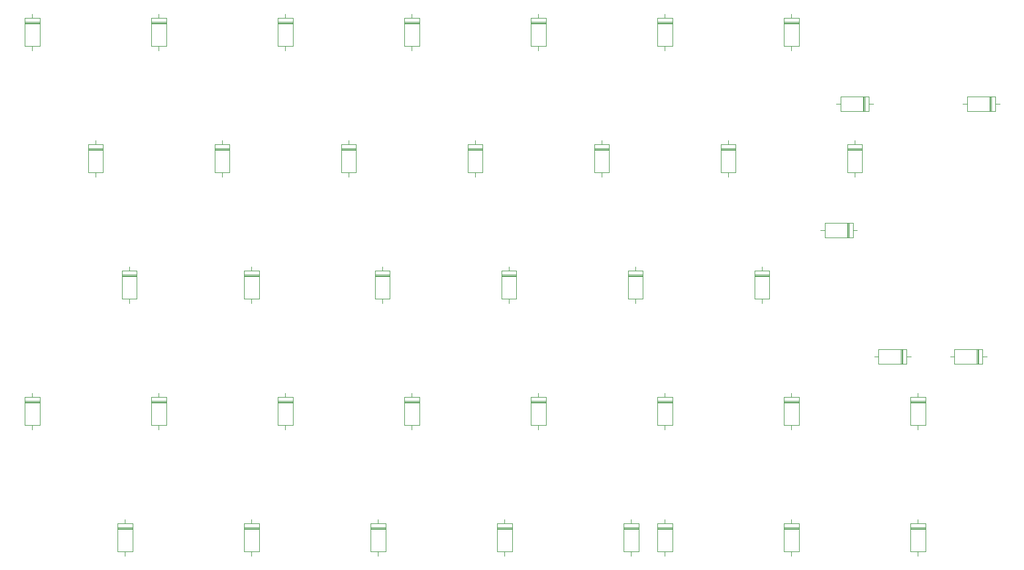
<source format=gbr>
%TF.GenerationSoftware,KiCad,Pcbnew,(7.0.0)*%
%TF.CreationDate,2023-05-23T14:57:48+09:00*%
%TF.ProjectId,sgkb-right,73676b62-2d72-4696-9768-742e6b696361,rev?*%
%TF.SameCoordinates,Original*%
%TF.FileFunction,Legend,Top*%
%TF.FilePolarity,Positive*%
%FSLAX46Y46*%
G04 Gerber Fmt 4.6, Leading zero omitted, Abs format (unit mm)*
G04 Created by KiCad (PCBNEW (7.0.0)) date 2023-05-23 14:57:48*
%MOMM*%
%LPD*%
G01*
G04 APERTURE LIST*
%ADD10C,0.120000*%
G04 APERTURE END LIST*
D10*
%TO.C,D18*%
X180975000Y-62635000D02*
X180975000Y-63285000D01*
X182095000Y-63285000D02*
X179855000Y-63285000D01*
X179855000Y-63285000D02*
X179855000Y-67525000D01*
X182095000Y-63885000D02*
X179855000Y-63885000D01*
X182095000Y-64005000D02*
X179855000Y-64005000D01*
X182095000Y-64125000D02*
X179855000Y-64125000D01*
X182095000Y-67525000D02*
X182095000Y-63285000D01*
X179855000Y-67525000D02*
X182095000Y-67525000D01*
X180975000Y-68175000D02*
X180975000Y-67525000D01*
%TO.C,D39*%
X200890000Y-95250000D02*
X200240000Y-95250000D01*
X200240000Y-96370000D02*
X200240000Y-94130000D01*
X200240000Y-94130000D02*
X196000000Y-94130000D01*
X199640000Y-96370000D02*
X199640000Y-94130000D01*
X199520000Y-96370000D02*
X199520000Y-94130000D01*
X199400000Y-96370000D02*
X199400000Y-94130000D01*
X196000000Y-96370000D02*
X200240000Y-96370000D01*
X196000000Y-94130000D02*
X196000000Y-96370000D01*
X195350000Y-95250000D02*
X196000000Y-95250000D01*
%TO.C,D22*%
X71755000Y-81685000D02*
X71755000Y-82335000D01*
X72875000Y-82335000D02*
X70635000Y-82335000D01*
X70635000Y-82335000D02*
X70635000Y-86575000D01*
X72875000Y-82935000D02*
X70635000Y-82935000D01*
X72875000Y-83055000D02*
X70635000Y-83055000D01*
X72875000Y-83175000D02*
X70635000Y-83175000D01*
X72875000Y-86575000D02*
X72875000Y-82335000D01*
X70635000Y-86575000D02*
X72875000Y-86575000D01*
X71755000Y-87225000D02*
X71755000Y-86575000D01*
%TO.C,D33*%
X95250000Y-100735000D02*
X95250000Y-101385000D01*
X96370000Y-101385000D02*
X94130000Y-101385000D01*
X94130000Y-101385000D02*
X94130000Y-105625000D01*
X96370000Y-101985000D02*
X94130000Y-101985000D01*
X96370000Y-102105000D02*
X94130000Y-102105000D01*
X96370000Y-102225000D02*
X94130000Y-102225000D01*
X96370000Y-105625000D02*
X96370000Y-101385000D01*
X94130000Y-105625000D02*
X96370000Y-105625000D01*
X95250000Y-106275000D02*
X95250000Y-105625000D01*
%TO.C,D47*%
X152400000Y-119785000D02*
X152400000Y-120435000D01*
X153520000Y-120435000D02*
X151280000Y-120435000D01*
X151280000Y-120435000D02*
X151280000Y-124675000D01*
X153520000Y-121035000D02*
X151280000Y-121035000D01*
X153520000Y-121155000D02*
X151280000Y-121155000D01*
X153520000Y-121275000D02*
X151280000Y-121275000D01*
X153520000Y-124675000D02*
X153520000Y-120435000D01*
X151280000Y-124675000D02*
X153520000Y-124675000D01*
X152400000Y-125325000D02*
X152400000Y-124675000D01*
%TO.C,D6*%
X133350000Y-43585000D02*
X133350000Y-44235000D01*
X134470000Y-44235000D02*
X132230000Y-44235000D01*
X132230000Y-44235000D02*
X132230000Y-48475000D01*
X134470000Y-44835000D02*
X132230000Y-44835000D01*
X134470000Y-44955000D02*
X132230000Y-44955000D01*
X134470000Y-45075000D02*
X132230000Y-45075000D01*
X134470000Y-48475000D02*
X134470000Y-44235000D01*
X132230000Y-48475000D02*
X134470000Y-48475000D01*
X133350000Y-49125000D02*
X133350000Y-48475000D01*
%TO.C,D45*%
X128270000Y-119785000D02*
X128270000Y-120435000D01*
X129390000Y-120435000D02*
X127150000Y-120435000D01*
X127150000Y-120435000D02*
X127150000Y-124675000D01*
X129390000Y-121035000D02*
X127150000Y-121035000D01*
X129390000Y-121155000D02*
X127150000Y-121155000D01*
X129390000Y-121275000D02*
X127150000Y-121275000D01*
X129390000Y-124675000D02*
X129390000Y-120435000D01*
X127150000Y-124675000D02*
X129390000Y-124675000D01*
X128270000Y-125325000D02*
X128270000Y-124675000D01*
%TO.C,D2*%
X57150000Y-43585000D02*
X57150000Y-44235000D01*
X58270000Y-44235000D02*
X56030000Y-44235000D01*
X56030000Y-44235000D02*
X56030000Y-48475000D01*
X58270000Y-44835000D02*
X56030000Y-44835000D01*
X58270000Y-44955000D02*
X56030000Y-44955000D01*
X58270000Y-45075000D02*
X56030000Y-45075000D01*
X58270000Y-48475000D02*
X58270000Y-44235000D01*
X56030000Y-48475000D02*
X58270000Y-48475000D01*
X57150000Y-49125000D02*
X57150000Y-48475000D01*
%TO.C,D7*%
X152400000Y-43585000D02*
X152400000Y-44235000D01*
X153520000Y-44235000D02*
X151280000Y-44235000D01*
X151280000Y-44235000D02*
X151280000Y-48475000D01*
X153520000Y-44835000D02*
X151280000Y-44835000D01*
X153520000Y-44955000D02*
X151280000Y-44955000D01*
X153520000Y-45075000D02*
X151280000Y-45075000D01*
X153520000Y-48475000D02*
X153520000Y-44235000D01*
X151280000Y-48475000D02*
X153520000Y-48475000D01*
X152400000Y-49125000D02*
X152400000Y-48475000D01*
%TO.C,D32*%
X76200000Y-100735000D02*
X76200000Y-101385000D01*
X77320000Y-101385000D02*
X75080000Y-101385000D01*
X75080000Y-101385000D02*
X75080000Y-105625000D01*
X77320000Y-101985000D02*
X75080000Y-101985000D01*
X77320000Y-102105000D02*
X75080000Y-102105000D01*
X77320000Y-102225000D02*
X75080000Y-102225000D01*
X77320000Y-105625000D02*
X77320000Y-101385000D01*
X75080000Y-105625000D02*
X77320000Y-105625000D01*
X76200000Y-106275000D02*
X76200000Y-105625000D01*
%TO.C,D15*%
X123825000Y-62635000D02*
X123825000Y-63285000D01*
X124945000Y-63285000D02*
X122705000Y-63285000D01*
X122705000Y-63285000D02*
X122705000Y-67525000D01*
X124945000Y-63885000D02*
X122705000Y-63885000D01*
X124945000Y-64005000D02*
X122705000Y-64005000D01*
X124945000Y-64125000D02*
X122705000Y-64125000D01*
X124945000Y-67525000D02*
X124945000Y-63285000D01*
X122705000Y-67525000D02*
X124945000Y-67525000D01*
X123825000Y-68175000D02*
X123825000Y-67525000D01*
%TO.C,D5*%
X114300000Y-43585000D02*
X114300000Y-44235000D01*
X115420000Y-44235000D02*
X113180000Y-44235000D01*
X113180000Y-44235000D02*
X113180000Y-48475000D01*
X115420000Y-44835000D02*
X113180000Y-44835000D01*
X115420000Y-44955000D02*
X113180000Y-44955000D01*
X115420000Y-45075000D02*
X113180000Y-45075000D01*
X115420000Y-48475000D02*
X115420000Y-44235000D01*
X113180000Y-48475000D02*
X115420000Y-48475000D01*
X114300000Y-49125000D02*
X114300000Y-48475000D01*
%TO.C,D8*%
X171450000Y-43585000D02*
X171450000Y-44235000D01*
X172570000Y-44235000D02*
X170330000Y-44235000D01*
X170330000Y-44235000D02*
X170330000Y-48475000D01*
X172570000Y-44835000D02*
X170330000Y-44835000D01*
X172570000Y-44955000D02*
X170330000Y-44955000D01*
X172570000Y-45075000D02*
X170330000Y-45075000D01*
X172570000Y-48475000D02*
X172570000Y-44235000D01*
X170330000Y-48475000D02*
X172570000Y-48475000D01*
X171450000Y-49125000D02*
X171450000Y-48475000D01*
%TO.C,D12*%
X66675000Y-62635000D02*
X66675000Y-63285000D01*
X67795000Y-63285000D02*
X65555000Y-63285000D01*
X65555000Y-63285000D02*
X65555000Y-67525000D01*
X67795000Y-63885000D02*
X65555000Y-63885000D01*
X67795000Y-64005000D02*
X65555000Y-64005000D01*
X67795000Y-64125000D02*
X65555000Y-64125000D01*
X67795000Y-67525000D02*
X67795000Y-63285000D01*
X65555000Y-67525000D02*
X67795000Y-67525000D01*
X66675000Y-68175000D02*
X66675000Y-67525000D01*
%TO.C,D31*%
X57150000Y-100735000D02*
X57150000Y-101385000D01*
X58270000Y-101385000D02*
X56030000Y-101385000D01*
X56030000Y-101385000D02*
X56030000Y-105625000D01*
X58270000Y-101985000D02*
X56030000Y-101985000D01*
X58270000Y-102105000D02*
X56030000Y-102105000D01*
X58270000Y-102225000D02*
X56030000Y-102225000D01*
X58270000Y-105625000D02*
X58270000Y-101385000D01*
X56030000Y-105625000D02*
X58270000Y-105625000D01*
X57150000Y-106275000D02*
X57150000Y-105625000D01*
%TO.C,D9*%
X183745000Y-57150000D02*
X183095000Y-57150000D01*
X183095000Y-58270000D02*
X183095000Y-56030000D01*
X183095000Y-56030000D02*
X178855000Y-56030000D01*
X182495000Y-58270000D02*
X182495000Y-56030000D01*
X182375000Y-58270000D02*
X182375000Y-56030000D01*
X182255000Y-58270000D02*
X182255000Y-56030000D01*
X178855000Y-58270000D02*
X183095000Y-58270000D01*
X178855000Y-56030000D02*
X178855000Y-58270000D01*
X178205000Y-57150000D02*
X178855000Y-57150000D01*
%TO.C,D10*%
X202795000Y-57150000D02*
X202145000Y-57150000D01*
X202145000Y-58270000D02*
X202145000Y-56030000D01*
X202145000Y-56030000D02*
X197905000Y-56030000D01*
X201545000Y-58270000D02*
X201545000Y-56030000D01*
X201425000Y-58270000D02*
X201425000Y-56030000D01*
X201305000Y-58270000D02*
X201305000Y-56030000D01*
X197905000Y-58270000D02*
X202145000Y-58270000D01*
X197905000Y-56030000D02*
X197905000Y-58270000D01*
X197255000Y-57150000D02*
X197905000Y-57150000D01*
%TO.C,D36*%
X152400000Y-100735000D02*
X152400000Y-101385000D01*
X153520000Y-101385000D02*
X151280000Y-101385000D01*
X151280000Y-101385000D02*
X151280000Y-105625000D01*
X153520000Y-101985000D02*
X151280000Y-101985000D01*
X153520000Y-102105000D02*
X151280000Y-102105000D01*
X153520000Y-102225000D02*
X151280000Y-102225000D01*
X153520000Y-105625000D02*
X153520000Y-101385000D01*
X151280000Y-105625000D02*
X153520000Y-105625000D01*
X152400000Y-106275000D02*
X152400000Y-105625000D01*
%TO.C,D34*%
X114300000Y-100735000D02*
X114300000Y-101385000D01*
X115420000Y-101385000D02*
X113180000Y-101385000D01*
X113180000Y-101385000D02*
X113180000Y-105625000D01*
X115420000Y-101985000D02*
X113180000Y-101985000D01*
X115420000Y-102105000D02*
X113180000Y-102105000D01*
X115420000Y-102225000D02*
X113180000Y-102225000D01*
X115420000Y-105625000D02*
X115420000Y-101385000D01*
X113180000Y-105625000D02*
X115420000Y-105625000D01*
X114300000Y-106275000D02*
X114300000Y-105625000D01*
%TO.C,D38*%
X190500000Y-100735000D02*
X190500000Y-101385000D01*
X191620000Y-101385000D02*
X189380000Y-101385000D01*
X189380000Y-101385000D02*
X189380000Y-105625000D01*
X191620000Y-101985000D02*
X189380000Y-101985000D01*
X191620000Y-102105000D02*
X189380000Y-102105000D01*
X191620000Y-102225000D02*
X189380000Y-102225000D01*
X191620000Y-105625000D02*
X191620000Y-101385000D01*
X189380000Y-105625000D02*
X191620000Y-105625000D01*
X190500000Y-106275000D02*
X190500000Y-105625000D01*
%TO.C,D27*%
X167005000Y-81685000D02*
X167005000Y-82335000D01*
X168125000Y-82335000D02*
X165885000Y-82335000D01*
X165885000Y-82335000D02*
X165885000Y-86575000D01*
X168125000Y-82935000D02*
X165885000Y-82935000D01*
X168125000Y-83055000D02*
X165885000Y-83055000D01*
X168125000Y-83175000D02*
X165885000Y-83175000D01*
X168125000Y-86575000D02*
X168125000Y-82335000D01*
X165885000Y-86575000D02*
X168125000Y-86575000D01*
X167005000Y-87225000D02*
X167005000Y-86575000D01*
%TO.C,D35*%
X133350000Y-100735000D02*
X133350000Y-101385000D01*
X134470000Y-101385000D02*
X132230000Y-101385000D01*
X132230000Y-101385000D02*
X132230000Y-105625000D01*
X134470000Y-101985000D02*
X132230000Y-101985000D01*
X134470000Y-102105000D02*
X132230000Y-102105000D01*
X134470000Y-102225000D02*
X132230000Y-102225000D01*
X134470000Y-105625000D02*
X134470000Y-101385000D01*
X132230000Y-105625000D02*
X134470000Y-105625000D01*
X133350000Y-106275000D02*
X133350000Y-105625000D01*
%TO.C,D42*%
X71120000Y-119785000D02*
X71120000Y-120435000D01*
X72240000Y-120435000D02*
X70000000Y-120435000D01*
X70000000Y-120435000D02*
X70000000Y-124675000D01*
X72240000Y-121035000D02*
X70000000Y-121035000D01*
X72240000Y-121155000D02*
X70000000Y-121155000D01*
X72240000Y-121275000D02*
X70000000Y-121275000D01*
X72240000Y-124675000D02*
X72240000Y-120435000D01*
X70000000Y-124675000D02*
X72240000Y-124675000D01*
X71120000Y-125325000D02*
X71120000Y-124675000D01*
%TO.C,D48*%
X171450000Y-119785000D02*
X171450000Y-120435000D01*
X172570000Y-120435000D02*
X170330000Y-120435000D01*
X170330000Y-120435000D02*
X170330000Y-124675000D01*
X172570000Y-121035000D02*
X170330000Y-121035000D01*
X172570000Y-121155000D02*
X170330000Y-121155000D01*
X172570000Y-121275000D02*
X170330000Y-121275000D01*
X172570000Y-124675000D02*
X172570000Y-120435000D01*
X170330000Y-124675000D02*
X172570000Y-124675000D01*
X171450000Y-125325000D02*
X171450000Y-124675000D01*
%TO.C,D43*%
X90170000Y-119785000D02*
X90170000Y-120435000D01*
X91290000Y-120435000D02*
X89050000Y-120435000D01*
X89050000Y-120435000D02*
X89050000Y-124675000D01*
X91290000Y-121035000D02*
X89050000Y-121035000D01*
X91290000Y-121155000D02*
X89050000Y-121155000D01*
X91290000Y-121275000D02*
X89050000Y-121275000D01*
X91290000Y-124675000D02*
X91290000Y-120435000D01*
X89050000Y-124675000D02*
X91290000Y-124675000D01*
X90170000Y-125325000D02*
X90170000Y-124675000D01*
%TO.C,D13*%
X85725000Y-62635000D02*
X85725000Y-63285000D01*
X86845000Y-63285000D02*
X84605000Y-63285000D01*
X84605000Y-63285000D02*
X84605000Y-67525000D01*
X86845000Y-63885000D02*
X84605000Y-63885000D01*
X86845000Y-64005000D02*
X84605000Y-64005000D01*
X86845000Y-64125000D02*
X84605000Y-64125000D01*
X86845000Y-67525000D02*
X86845000Y-63285000D01*
X84605000Y-67525000D02*
X86845000Y-67525000D01*
X85725000Y-68175000D02*
X85725000Y-67525000D01*
%TO.C,D3*%
X76200000Y-43585000D02*
X76200000Y-44235000D01*
X77320000Y-44235000D02*
X75080000Y-44235000D01*
X75080000Y-44235000D02*
X75080000Y-48475000D01*
X77320000Y-44835000D02*
X75080000Y-44835000D01*
X77320000Y-44955000D02*
X75080000Y-44955000D01*
X77320000Y-45075000D02*
X75080000Y-45075000D01*
X77320000Y-48475000D02*
X77320000Y-44235000D01*
X75080000Y-48475000D02*
X77320000Y-48475000D01*
X76200000Y-49125000D02*
X76200000Y-48475000D01*
%TO.C,D25*%
X128905000Y-81685000D02*
X128905000Y-82335000D01*
X130025000Y-82335000D02*
X127785000Y-82335000D01*
X127785000Y-82335000D02*
X127785000Y-86575000D01*
X130025000Y-82935000D02*
X127785000Y-82935000D01*
X130025000Y-83055000D02*
X127785000Y-83055000D01*
X130025000Y-83175000D02*
X127785000Y-83175000D01*
X130025000Y-86575000D02*
X130025000Y-82335000D01*
X127785000Y-86575000D02*
X130025000Y-86575000D01*
X128905000Y-87225000D02*
X128905000Y-86575000D01*
%TO.C,D44*%
X109220000Y-119785000D02*
X109220000Y-120435000D01*
X110340000Y-120435000D02*
X108100000Y-120435000D01*
X108100000Y-120435000D02*
X108100000Y-124675000D01*
X110340000Y-121035000D02*
X108100000Y-121035000D01*
X110340000Y-121155000D02*
X108100000Y-121155000D01*
X110340000Y-121275000D02*
X108100000Y-121275000D01*
X110340000Y-124675000D02*
X110340000Y-120435000D01*
X108100000Y-124675000D02*
X110340000Y-124675000D01*
X109220000Y-125325000D02*
X109220000Y-124675000D01*
%TO.C,D4*%
X95250000Y-43585000D02*
X95250000Y-44235000D01*
X96370000Y-44235000D02*
X94130000Y-44235000D01*
X94130000Y-44235000D02*
X94130000Y-48475000D01*
X96370000Y-44835000D02*
X94130000Y-44835000D01*
X96370000Y-44955000D02*
X94130000Y-44955000D01*
X96370000Y-45075000D02*
X94130000Y-45075000D01*
X96370000Y-48475000D02*
X96370000Y-44235000D01*
X94130000Y-48475000D02*
X96370000Y-48475000D01*
X95250000Y-49125000D02*
X95250000Y-48475000D01*
%TO.C,D28*%
X181363750Y-76200000D02*
X180713750Y-76200000D01*
X180713750Y-77320000D02*
X180713750Y-75080000D01*
X180713750Y-75080000D02*
X176473750Y-75080000D01*
X180113750Y-77320000D02*
X180113750Y-75080000D01*
X179993750Y-77320000D02*
X179993750Y-75080000D01*
X179873750Y-77320000D02*
X179873750Y-75080000D01*
X176473750Y-77320000D02*
X180713750Y-77320000D01*
X176473750Y-75080000D02*
X176473750Y-77320000D01*
X175823750Y-76200000D02*
X176473750Y-76200000D01*
%TO.C,D26*%
X147955000Y-81685000D02*
X147955000Y-82335000D01*
X149075000Y-82335000D02*
X146835000Y-82335000D01*
X146835000Y-82335000D02*
X146835000Y-86575000D01*
X149075000Y-82935000D02*
X146835000Y-82935000D01*
X149075000Y-83055000D02*
X146835000Y-83055000D01*
X149075000Y-83175000D02*
X146835000Y-83175000D01*
X149075000Y-86575000D02*
X149075000Y-82335000D01*
X146835000Y-86575000D02*
X149075000Y-86575000D01*
X147955000Y-87225000D02*
X147955000Y-86575000D01*
%TO.C,D17*%
X161925000Y-62635000D02*
X161925000Y-63285000D01*
X163045000Y-63285000D02*
X160805000Y-63285000D01*
X160805000Y-63285000D02*
X160805000Y-67525000D01*
X163045000Y-63885000D02*
X160805000Y-63885000D01*
X163045000Y-64005000D02*
X160805000Y-64005000D01*
X163045000Y-64125000D02*
X160805000Y-64125000D01*
X163045000Y-67525000D02*
X163045000Y-63285000D01*
X160805000Y-67525000D02*
X163045000Y-67525000D01*
X161925000Y-68175000D02*
X161925000Y-67525000D01*
%TO.C,D19*%
X189460000Y-95250000D02*
X188810000Y-95250000D01*
X188810000Y-96370000D02*
X188810000Y-94130000D01*
X188810000Y-94130000D02*
X184570000Y-94130000D01*
X188210000Y-96370000D02*
X188210000Y-94130000D01*
X188090000Y-96370000D02*
X188090000Y-94130000D01*
X187970000Y-96370000D02*
X187970000Y-94130000D01*
X184570000Y-96370000D02*
X188810000Y-96370000D01*
X184570000Y-94130000D02*
X184570000Y-96370000D01*
X183920000Y-95250000D02*
X184570000Y-95250000D01*
%TO.C,D24*%
X109855000Y-81685000D02*
X109855000Y-82335000D01*
X110975000Y-82335000D02*
X108735000Y-82335000D01*
X108735000Y-82335000D02*
X108735000Y-86575000D01*
X110975000Y-82935000D02*
X108735000Y-82935000D01*
X110975000Y-83055000D02*
X108735000Y-83055000D01*
X110975000Y-83175000D02*
X108735000Y-83175000D01*
X110975000Y-86575000D02*
X110975000Y-82335000D01*
X108735000Y-86575000D02*
X110975000Y-86575000D01*
X109855000Y-87225000D02*
X109855000Y-86575000D01*
%TO.C,D49*%
X190500000Y-119785000D02*
X190500000Y-120435000D01*
X191620000Y-120435000D02*
X189380000Y-120435000D01*
X189380000Y-120435000D02*
X189380000Y-124675000D01*
X191620000Y-121035000D02*
X189380000Y-121035000D01*
X191620000Y-121155000D02*
X189380000Y-121155000D01*
X191620000Y-121275000D02*
X189380000Y-121275000D01*
X191620000Y-124675000D02*
X191620000Y-120435000D01*
X189380000Y-124675000D02*
X191620000Y-124675000D01*
X190500000Y-125325000D02*
X190500000Y-124675000D01*
%TO.C,D16*%
X142875000Y-62635000D02*
X142875000Y-63285000D01*
X143995000Y-63285000D02*
X141755000Y-63285000D01*
X141755000Y-63285000D02*
X141755000Y-67525000D01*
X143995000Y-63885000D02*
X141755000Y-63885000D01*
X143995000Y-64005000D02*
X141755000Y-64005000D01*
X143995000Y-64125000D02*
X141755000Y-64125000D01*
X143995000Y-67525000D02*
X143995000Y-63285000D01*
X141755000Y-67525000D02*
X143995000Y-67525000D01*
X142875000Y-68175000D02*
X142875000Y-67525000D01*
%TO.C,D23*%
X90170000Y-81685000D02*
X90170000Y-82335000D01*
X91290000Y-82335000D02*
X89050000Y-82335000D01*
X89050000Y-82335000D02*
X89050000Y-86575000D01*
X91290000Y-82935000D02*
X89050000Y-82935000D01*
X91290000Y-83055000D02*
X89050000Y-83055000D01*
X91290000Y-83175000D02*
X89050000Y-83175000D01*
X91290000Y-86575000D02*
X91290000Y-82335000D01*
X89050000Y-86575000D02*
X91290000Y-86575000D01*
X90170000Y-87225000D02*
X90170000Y-86575000D01*
%TO.C,D14*%
X104775000Y-62635000D02*
X104775000Y-63285000D01*
X105895000Y-63285000D02*
X103655000Y-63285000D01*
X103655000Y-63285000D02*
X103655000Y-67525000D01*
X105895000Y-63885000D02*
X103655000Y-63885000D01*
X105895000Y-64005000D02*
X103655000Y-64005000D01*
X105895000Y-64125000D02*
X103655000Y-64125000D01*
X105895000Y-67525000D02*
X105895000Y-63285000D01*
X103655000Y-67525000D02*
X105895000Y-67525000D01*
X104775000Y-68175000D02*
X104775000Y-67525000D01*
%TO.C,D46*%
X147320000Y-119785000D02*
X147320000Y-120435000D01*
X148440000Y-120435000D02*
X146200000Y-120435000D01*
X146200000Y-120435000D02*
X146200000Y-124675000D01*
X148440000Y-121035000D02*
X146200000Y-121035000D01*
X148440000Y-121155000D02*
X146200000Y-121155000D01*
X148440000Y-121275000D02*
X146200000Y-121275000D01*
X148440000Y-124675000D02*
X148440000Y-120435000D01*
X146200000Y-124675000D02*
X148440000Y-124675000D01*
X147320000Y-125325000D02*
X147320000Y-124675000D01*
%TO.C,D37*%
X171450000Y-100735000D02*
X171450000Y-101385000D01*
X172570000Y-101385000D02*
X170330000Y-101385000D01*
X170330000Y-101385000D02*
X170330000Y-105625000D01*
X172570000Y-101985000D02*
X170330000Y-101985000D01*
X172570000Y-102105000D02*
X170330000Y-102105000D01*
X172570000Y-102225000D02*
X170330000Y-102225000D01*
X172570000Y-105625000D02*
X172570000Y-101385000D01*
X170330000Y-105625000D02*
X172570000Y-105625000D01*
X171450000Y-106275000D02*
X171450000Y-105625000D01*
%TD*%
M02*

</source>
